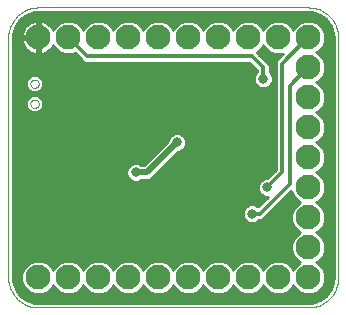
<source format=gbl>
G75*
G70*
%OFA0B0*%
%FSLAX24Y24*%
%IPPOS*%
%LPD*%
%AMOC8*
5,1,8,0,0,1.08239X$1,22.5*
%
%ADD10C,0.0000*%
%ADD11C,0.0827*%
%ADD12C,0.0320*%
%ADD13C,0.0120*%
%ADD14C,0.0100*%
%ADD15C,0.0200*%
D10*
X001500Y000500D02*
X010500Y000500D01*
X010560Y000502D01*
X010621Y000507D01*
X010680Y000516D01*
X010739Y000529D01*
X010798Y000545D01*
X010855Y000565D01*
X010910Y000588D01*
X010965Y000615D01*
X011017Y000644D01*
X011068Y000677D01*
X011117Y000713D01*
X011163Y000751D01*
X011207Y000793D01*
X011249Y000837D01*
X011287Y000883D01*
X011323Y000932D01*
X011356Y000983D01*
X011385Y001035D01*
X011412Y001090D01*
X011435Y001145D01*
X011455Y001202D01*
X011471Y001261D01*
X011484Y001320D01*
X011493Y001379D01*
X011498Y001440D01*
X011500Y001500D01*
X011500Y009500D01*
X011498Y009560D01*
X011493Y009621D01*
X011484Y009680D01*
X011471Y009739D01*
X011455Y009798D01*
X011435Y009855D01*
X011412Y009910D01*
X011385Y009965D01*
X011356Y010017D01*
X011323Y010068D01*
X011287Y010117D01*
X011249Y010163D01*
X011207Y010207D01*
X011163Y010249D01*
X011117Y010287D01*
X011068Y010323D01*
X011017Y010356D01*
X010965Y010385D01*
X010910Y010412D01*
X010855Y010435D01*
X010798Y010455D01*
X010739Y010471D01*
X010680Y010484D01*
X010621Y010493D01*
X010560Y010498D01*
X010500Y010500D01*
X001500Y010500D01*
X001440Y010498D01*
X001379Y010493D01*
X001320Y010484D01*
X001261Y010471D01*
X001202Y010455D01*
X001145Y010435D01*
X001090Y010412D01*
X001035Y010385D01*
X000983Y010356D01*
X000932Y010323D01*
X000883Y010287D01*
X000837Y010249D01*
X000793Y010207D01*
X000751Y010163D01*
X000713Y010117D01*
X000677Y010068D01*
X000644Y010017D01*
X000615Y009965D01*
X000588Y009910D01*
X000565Y009855D01*
X000545Y009798D01*
X000529Y009739D01*
X000516Y009680D01*
X000507Y009621D01*
X000502Y009560D01*
X000500Y009500D01*
X000500Y001500D01*
X000502Y001440D01*
X000507Y001379D01*
X000516Y001320D01*
X000529Y001261D01*
X000545Y001202D01*
X000565Y001145D01*
X000588Y001090D01*
X000615Y001035D01*
X000644Y000983D01*
X000677Y000932D01*
X000713Y000883D01*
X000751Y000837D01*
X000793Y000793D01*
X000837Y000751D01*
X000883Y000713D01*
X000932Y000677D01*
X000983Y000644D01*
X001035Y000615D01*
X001090Y000588D01*
X001145Y000565D01*
X001202Y000545D01*
X001261Y000529D01*
X001320Y000516D01*
X001379Y000507D01*
X001440Y000502D01*
X001500Y000500D01*
X001237Y007290D02*
X001239Y007313D01*
X001245Y007336D01*
X001255Y007357D01*
X001268Y007377D01*
X001284Y007394D01*
X001303Y007408D01*
X001324Y007418D01*
X001346Y007425D01*
X001369Y007428D01*
X001393Y007427D01*
X001415Y007422D01*
X001437Y007413D01*
X001457Y007401D01*
X001475Y007385D01*
X001489Y007367D01*
X001501Y007347D01*
X001509Y007325D01*
X001513Y007302D01*
X001513Y007278D01*
X001509Y007255D01*
X001501Y007233D01*
X001489Y007213D01*
X001475Y007195D01*
X001457Y007179D01*
X001437Y007167D01*
X001415Y007158D01*
X001393Y007153D01*
X001369Y007152D01*
X001346Y007155D01*
X001324Y007162D01*
X001303Y007172D01*
X001284Y007186D01*
X001268Y007203D01*
X001255Y007223D01*
X001245Y007244D01*
X001239Y007267D01*
X001237Y007290D01*
X001237Y007960D02*
X001239Y007983D01*
X001245Y008006D01*
X001255Y008027D01*
X001268Y008047D01*
X001284Y008064D01*
X001303Y008078D01*
X001324Y008088D01*
X001346Y008095D01*
X001369Y008098D01*
X001393Y008097D01*
X001415Y008092D01*
X001437Y008083D01*
X001457Y008071D01*
X001475Y008055D01*
X001489Y008037D01*
X001501Y008017D01*
X001509Y007995D01*
X001513Y007972D01*
X001513Y007948D01*
X001509Y007925D01*
X001501Y007903D01*
X001489Y007883D01*
X001475Y007865D01*
X001457Y007849D01*
X001437Y007837D01*
X001415Y007828D01*
X001393Y007823D01*
X001369Y007822D01*
X001346Y007825D01*
X001324Y007832D01*
X001303Y007842D01*
X001284Y007856D01*
X001268Y007873D01*
X001255Y007893D01*
X001245Y007914D01*
X001239Y007937D01*
X001237Y007960D01*
D11*
X001500Y009500D03*
X002500Y009500D03*
X003500Y009500D03*
X004500Y009500D03*
X005500Y009500D03*
X006500Y009500D03*
X007500Y009500D03*
X008500Y009500D03*
X009500Y009500D03*
X010500Y009500D03*
X010500Y008500D03*
X010500Y007500D03*
X010500Y006500D03*
X010500Y005500D03*
X010500Y004500D03*
X010500Y003500D03*
X010500Y002500D03*
X010500Y001500D03*
X009500Y001500D03*
X008500Y001500D03*
X007500Y001500D03*
X006500Y001500D03*
X005500Y001500D03*
X004500Y001500D03*
X003500Y001500D03*
X002500Y001500D03*
X001500Y001500D03*
D12*
X002125Y002250D03*
X004500Y004000D03*
X004750Y005000D03*
X006125Y006000D03*
X006500Y005500D03*
X007000Y006500D03*
X007500Y007000D03*
X008000Y006500D03*
X007500Y006000D03*
X008000Y005500D03*
X008500Y006000D03*
X009125Y004500D03*
X008625Y003625D03*
X007500Y003000D03*
X007000Y002500D03*
X007000Y003500D03*
X005000Y003000D03*
X002500Y004500D03*
X001500Y004500D03*
X003000Y006500D03*
X004000Y007000D03*
X002500Y007500D03*
X002500Y008500D03*
X005855Y007500D03*
X006295Y007950D03*
X009000Y008125D03*
X009250Y008750D03*
X009000Y002500D03*
X009500Y002500D03*
D13*
X008875Y003625D02*
X008625Y003625D01*
X008875Y003625D02*
X009875Y004625D01*
X009875Y007875D01*
X010500Y008500D01*
X009625Y008625D02*
X009625Y005000D01*
X009125Y004500D01*
X009000Y008125D02*
X009000Y008500D01*
X008625Y008875D01*
X003125Y008875D01*
X002500Y009500D01*
X009625Y008625D02*
X010500Y009500D01*
D14*
X000743Y001114D02*
X000899Y000899D01*
X001114Y000743D01*
X001367Y000660D01*
X001500Y000650D01*
X010500Y000650D01*
X010633Y000660D01*
X010886Y000743D01*
X011101Y000899D01*
X011257Y001114D01*
X011340Y001367D01*
X011350Y001500D01*
X011350Y009500D01*
X011340Y009633D01*
X011257Y009886D01*
X011101Y010101D01*
X010886Y010257D01*
X010633Y010340D01*
X010500Y010350D01*
X001500Y010350D01*
X001367Y010340D01*
X001114Y010257D01*
X000899Y010101D01*
X000743Y009886D01*
X000660Y009633D01*
X000650Y009500D01*
X000650Y001500D01*
X000660Y001367D01*
X000743Y001114D01*
X000759Y001091D02*
X001112Y001091D01*
X001181Y001022D02*
X001022Y001181D01*
X000937Y001388D01*
X000937Y001612D01*
X001022Y001819D01*
X001181Y001978D01*
X001388Y002063D01*
X001612Y002063D01*
X001819Y001978D01*
X001978Y001819D01*
X002000Y001765D01*
X002022Y001819D01*
X002181Y001978D01*
X002388Y002063D01*
X002612Y002063D01*
X002819Y001978D01*
X002978Y001819D01*
X003000Y001765D01*
X003022Y001819D01*
X003181Y001978D01*
X003388Y002063D01*
X003612Y002063D01*
X003819Y001978D01*
X003978Y001819D01*
X004000Y001765D01*
X004022Y001819D01*
X004181Y001978D01*
X004388Y002063D01*
X004612Y002063D01*
X004819Y001978D01*
X004978Y001819D01*
X005000Y001765D01*
X005022Y001819D01*
X005181Y001978D01*
X005388Y002063D01*
X005612Y002063D01*
X005819Y001978D01*
X005978Y001819D01*
X006000Y001765D01*
X006022Y001819D01*
X006181Y001978D01*
X006388Y002063D01*
X006612Y002063D01*
X006819Y001978D01*
X006978Y001819D01*
X007000Y001765D01*
X007022Y001819D01*
X007181Y001978D01*
X007388Y002063D01*
X007612Y002063D01*
X007819Y001978D01*
X007978Y001819D01*
X008000Y001765D01*
X008022Y001819D01*
X008181Y001978D01*
X008388Y002063D01*
X008612Y002063D01*
X008819Y001978D01*
X008978Y001819D01*
X009000Y001765D01*
X009022Y001819D01*
X009181Y001978D01*
X009388Y002063D01*
X009612Y002063D01*
X009819Y001978D01*
X009978Y001819D01*
X010000Y001765D01*
X010022Y001819D01*
X010181Y001978D01*
X010235Y002000D01*
X010181Y002022D01*
X010022Y002181D01*
X009937Y002388D01*
X009937Y002612D01*
X010022Y002819D01*
X010181Y002978D01*
X010235Y003000D01*
X010181Y003022D01*
X010022Y003181D01*
X009937Y003388D01*
X009937Y003612D01*
X010022Y003819D01*
X010181Y003978D01*
X010235Y004000D01*
X010181Y004022D01*
X010022Y004181D01*
X009937Y004388D01*
X009937Y004390D01*
X009085Y003538D01*
X008962Y003415D01*
X008853Y003415D01*
X008801Y003362D01*
X008687Y003315D01*
X008563Y003315D01*
X008449Y003362D01*
X008362Y003449D01*
X008315Y003563D01*
X008315Y003687D01*
X008362Y003801D01*
X008449Y003888D01*
X008563Y003935D01*
X008687Y003935D01*
X008801Y003888D01*
X008821Y003868D01*
X009143Y004190D01*
X009063Y004190D01*
X008949Y004237D01*
X008862Y004324D01*
X008815Y004438D01*
X008815Y004562D01*
X008862Y004676D01*
X008949Y004763D01*
X009063Y004810D01*
X009138Y004810D01*
X009415Y005087D01*
X009415Y008712D01*
X009538Y008835D01*
X009538Y008835D01*
X009659Y008956D01*
X009612Y008937D01*
X009388Y008937D01*
X009181Y009022D01*
X009022Y009181D01*
X009000Y009235D01*
X008978Y009181D01*
X008819Y009022D01*
X008788Y009009D01*
X008835Y008962D01*
X009210Y008587D01*
X009210Y008353D01*
X009263Y008301D01*
X009310Y008187D01*
X009310Y008063D01*
X009263Y007949D01*
X009176Y007862D01*
X009062Y007815D01*
X008938Y007815D01*
X008824Y007862D01*
X008737Y007949D01*
X008690Y008063D01*
X008690Y008187D01*
X008737Y008301D01*
X008790Y008353D01*
X008790Y008413D01*
X008538Y008665D01*
X003038Y008665D01*
X002915Y008788D01*
X002915Y008788D01*
X002721Y008982D01*
X002612Y008937D01*
X002388Y008937D01*
X002181Y009022D01*
X002022Y009181D01*
X001999Y009238D01*
X001982Y009205D01*
X001930Y009133D01*
X001867Y009070D01*
X001795Y009018D01*
X001716Y008978D01*
X001632Y008950D01*
X001550Y008938D01*
X001550Y009450D01*
X001450Y009450D01*
X001450Y008938D01*
X001368Y008950D01*
X001284Y008978D01*
X001205Y009018D01*
X001133Y009070D01*
X001070Y009133D01*
X001018Y009205D01*
X000978Y009284D01*
X000950Y009368D01*
X000938Y009450D01*
X001450Y009450D01*
X001450Y009550D01*
X001450Y010062D01*
X001368Y010050D01*
X001284Y010022D01*
X001205Y009982D01*
X001133Y009930D01*
X001070Y009867D01*
X001018Y009795D01*
X000978Y009716D01*
X000950Y009632D01*
X000938Y009550D01*
X001450Y009550D01*
X001550Y009550D01*
X001550Y010062D01*
X001632Y010050D01*
X001716Y010022D01*
X001795Y009982D01*
X001867Y009930D01*
X001930Y009867D01*
X001982Y009795D01*
X001999Y009762D01*
X002022Y009819D01*
X002181Y009978D01*
X002388Y010063D01*
X002612Y010063D01*
X002819Y009978D01*
X002978Y009819D01*
X003000Y009765D01*
X003022Y009819D01*
X003181Y009978D01*
X003388Y010063D01*
X003612Y010063D01*
X003819Y009978D01*
X003978Y009819D01*
X004000Y009765D01*
X004022Y009819D01*
X004181Y009978D01*
X004388Y010063D01*
X004612Y010063D01*
X004819Y009978D01*
X004978Y009819D01*
X005000Y009765D01*
X005022Y009819D01*
X005181Y009978D01*
X005388Y010063D01*
X005612Y010063D01*
X005819Y009978D01*
X005978Y009819D01*
X006000Y009765D01*
X006022Y009819D01*
X006181Y009978D01*
X006388Y010063D01*
X006612Y010063D01*
X006819Y009978D01*
X006978Y009819D01*
X007000Y009765D01*
X007022Y009819D01*
X007181Y009978D01*
X007388Y010063D01*
X007612Y010063D01*
X007819Y009978D01*
X007978Y009819D01*
X008000Y009765D01*
X008022Y009819D01*
X008181Y009978D01*
X008388Y010063D01*
X008612Y010063D01*
X008819Y009978D01*
X008978Y009819D01*
X009000Y009765D01*
X009022Y009819D01*
X009181Y009978D01*
X009388Y010063D01*
X009612Y010063D01*
X009819Y009978D01*
X009978Y009819D01*
X010000Y009765D01*
X010022Y009819D01*
X010181Y009978D01*
X010388Y010063D01*
X010612Y010063D01*
X010819Y009978D01*
X010978Y009819D01*
X011063Y009612D01*
X011063Y009388D01*
X010978Y009181D01*
X010819Y009022D01*
X010765Y009000D01*
X010819Y008978D01*
X010978Y008819D01*
X011063Y008612D01*
X011063Y008388D01*
X010978Y008181D01*
X010819Y008022D01*
X010765Y008000D01*
X010819Y007978D01*
X010978Y007819D01*
X011063Y007612D01*
X011063Y007388D01*
X010978Y007181D01*
X010819Y007022D01*
X010765Y007000D01*
X010819Y006978D01*
X010978Y006819D01*
X011063Y006612D01*
X011063Y006388D01*
X010978Y006181D01*
X010819Y006022D01*
X010765Y006000D01*
X010819Y005978D01*
X010978Y005819D01*
X011350Y005819D01*
X011350Y005721D02*
X011018Y005721D01*
X010978Y005819D02*
X011063Y005612D01*
X011063Y005388D01*
X010978Y005181D01*
X010819Y005022D01*
X010765Y005000D01*
X010819Y004978D01*
X010978Y004819D01*
X011063Y004612D01*
X011063Y004388D01*
X010978Y004181D01*
X010819Y004022D01*
X010765Y004000D01*
X010819Y003978D01*
X010978Y003819D01*
X011063Y003612D01*
X011063Y003388D01*
X010978Y003181D01*
X010819Y003022D01*
X010765Y003000D01*
X010819Y002978D01*
X010978Y002819D01*
X011063Y002612D01*
X011063Y002388D01*
X010978Y002181D01*
X010819Y002022D01*
X010765Y002000D01*
X010819Y001978D01*
X010978Y001819D01*
X011063Y001612D01*
X011063Y001388D01*
X010978Y001181D01*
X010819Y001022D01*
X010612Y000937D01*
X010388Y000937D01*
X010181Y001022D01*
X010022Y001181D01*
X010000Y001235D01*
X009978Y001181D01*
X009819Y001022D01*
X009612Y000937D01*
X009388Y000937D01*
X009181Y001022D01*
X009022Y001181D01*
X009000Y001235D01*
X008978Y001181D01*
X008819Y001022D01*
X008612Y000937D01*
X008388Y000937D01*
X008181Y001022D01*
X008022Y001181D01*
X008000Y001235D01*
X007978Y001181D01*
X007819Y001022D01*
X007612Y000937D01*
X007388Y000937D01*
X007181Y001022D01*
X007022Y001181D01*
X007000Y001235D01*
X006978Y001181D01*
X006819Y001022D01*
X006612Y000937D01*
X006388Y000937D01*
X006181Y001022D01*
X006022Y001181D01*
X006000Y001235D01*
X005978Y001181D01*
X005819Y001022D01*
X005612Y000937D01*
X005388Y000937D01*
X005181Y001022D01*
X005022Y001181D01*
X005000Y001235D01*
X004978Y001181D01*
X004819Y001022D01*
X004612Y000937D01*
X004388Y000937D01*
X004181Y001022D01*
X004022Y001181D01*
X004000Y001235D01*
X003978Y001181D01*
X003819Y001022D01*
X003612Y000937D01*
X003388Y000937D01*
X003181Y001022D01*
X003022Y001181D01*
X003000Y001235D01*
X002978Y001181D01*
X002819Y001022D01*
X002612Y000937D01*
X002388Y000937D01*
X002181Y001022D01*
X002022Y001181D01*
X002000Y001235D01*
X001978Y001181D01*
X001819Y001022D01*
X001612Y000937D01*
X001388Y000937D01*
X001181Y001022D01*
X001253Y000993D02*
X000831Y000993D01*
X000906Y000894D02*
X011094Y000894D01*
X011169Y000993D02*
X010747Y000993D01*
X010888Y001091D02*
X011241Y001091D01*
X011282Y001190D02*
X010981Y001190D01*
X011022Y001288D02*
X011314Y001288D01*
X011341Y001387D02*
X011063Y001387D01*
X011063Y001485D02*
X011349Y001485D01*
X011350Y001584D02*
X011063Y001584D01*
X011034Y001682D02*
X011350Y001682D01*
X011350Y001781D02*
X010994Y001781D01*
X010918Y001879D02*
X011350Y001879D01*
X011350Y001978D02*
X010819Y001978D01*
X010873Y002076D02*
X011350Y002076D01*
X011350Y002175D02*
X010971Y002175D01*
X011016Y002273D02*
X011350Y002273D01*
X011350Y002372D02*
X011057Y002372D01*
X011063Y002470D02*
X011350Y002470D01*
X011350Y002569D02*
X011063Y002569D01*
X011041Y002667D02*
X011350Y002667D01*
X011350Y002766D02*
X011000Y002766D01*
X010933Y002864D02*
X011350Y002864D01*
X011350Y002963D02*
X010834Y002963D01*
X010858Y003061D02*
X011350Y003061D01*
X011350Y003160D02*
X010956Y003160D01*
X011010Y003258D02*
X011350Y003258D01*
X011350Y003357D02*
X011050Y003357D01*
X011063Y003455D02*
X011350Y003455D01*
X011350Y003554D02*
X011063Y003554D01*
X011047Y003652D02*
X011350Y003652D01*
X011350Y003751D02*
X011006Y003751D01*
X010948Y003849D02*
X011350Y003849D01*
X011350Y003948D02*
X010849Y003948D01*
X010843Y004046D02*
X011350Y004046D01*
X011350Y004145D02*
X010941Y004145D01*
X011003Y004243D02*
X011350Y004243D01*
X011350Y004342D02*
X011044Y004342D01*
X011063Y004440D02*
X011350Y004440D01*
X011350Y004539D02*
X011063Y004539D01*
X011053Y004637D02*
X011350Y004637D01*
X011350Y004736D02*
X011012Y004736D01*
X010963Y004834D02*
X011350Y004834D01*
X011350Y004933D02*
X010864Y004933D01*
X010828Y005031D02*
X011350Y005031D01*
X011350Y005130D02*
X010926Y005130D01*
X010997Y005228D02*
X011350Y005228D01*
X011350Y005327D02*
X011038Y005327D01*
X011063Y005425D02*
X011350Y005425D01*
X011350Y005524D02*
X011063Y005524D01*
X011059Y005622D02*
X011350Y005622D01*
X011350Y005918D02*
X010879Y005918D01*
X010804Y006016D02*
X011350Y006016D01*
X011350Y006115D02*
X010911Y006115D01*
X010991Y006213D02*
X011350Y006213D01*
X011350Y006312D02*
X011032Y006312D01*
X011063Y006410D02*
X011350Y006410D01*
X011350Y006509D02*
X011063Y006509D01*
X011063Y006607D02*
X011350Y006607D01*
X011350Y006706D02*
X011025Y006706D01*
X010984Y006804D02*
X011350Y006804D01*
X011350Y006903D02*
X010894Y006903D01*
X010768Y007001D02*
X011350Y007001D01*
X011350Y007100D02*
X010896Y007100D01*
X010985Y007198D02*
X011350Y007198D01*
X011350Y007297D02*
X011026Y007297D01*
X011063Y007395D02*
X011350Y007395D01*
X011350Y007494D02*
X011063Y007494D01*
X011063Y007592D02*
X011350Y007592D01*
X011350Y007691D02*
X011031Y007691D01*
X010990Y007789D02*
X011350Y007789D01*
X011350Y007888D02*
X010909Y007888D01*
X010799Y007986D02*
X011350Y007986D01*
X011350Y008085D02*
X010881Y008085D01*
X010979Y008183D02*
X011350Y008183D01*
X011350Y008282D02*
X011019Y008282D01*
X011060Y008380D02*
X011350Y008380D01*
X011350Y008479D02*
X011063Y008479D01*
X011063Y008577D02*
X011350Y008577D01*
X011350Y008676D02*
X011037Y008676D01*
X010996Y008774D02*
X011350Y008774D01*
X011350Y008873D02*
X010924Y008873D01*
X010826Y008971D02*
X011350Y008971D01*
X011350Y009070D02*
X010866Y009070D01*
X010965Y009168D02*
X011350Y009168D01*
X011350Y009267D02*
X011013Y009267D01*
X011054Y009365D02*
X011350Y009365D01*
X011350Y009464D02*
X011063Y009464D01*
X011063Y009562D02*
X011345Y009562D01*
X011331Y009661D02*
X011043Y009661D01*
X011003Y009759D02*
X011299Y009759D01*
X011267Y009858D02*
X010939Y009858D01*
X010841Y009956D02*
X011206Y009956D01*
X011135Y010055D02*
X010633Y010055D01*
X010894Y010252D02*
X001106Y010252D01*
X000971Y010153D02*
X011029Y010153D01*
X010367Y010055D02*
X009633Y010055D01*
X009841Y009956D02*
X010159Y009956D01*
X010061Y009858D02*
X009939Y009858D01*
X009367Y010055D02*
X008633Y010055D01*
X008841Y009956D02*
X009159Y009956D01*
X009061Y009858D02*
X008939Y009858D01*
X008367Y010055D02*
X007633Y010055D01*
X007841Y009956D02*
X008159Y009956D01*
X008061Y009858D02*
X007939Y009858D01*
X007367Y010055D02*
X006633Y010055D01*
X006841Y009956D02*
X007159Y009956D01*
X007061Y009858D02*
X006939Y009858D01*
X006367Y010055D02*
X005633Y010055D01*
X005841Y009956D02*
X006159Y009956D01*
X006061Y009858D02*
X005939Y009858D01*
X005367Y010055D02*
X004633Y010055D01*
X004841Y009956D02*
X005159Y009956D01*
X005061Y009858D02*
X004939Y009858D01*
X004367Y010055D02*
X003633Y010055D01*
X003841Y009956D02*
X004159Y009956D01*
X004061Y009858D02*
X003939Y009858D01*
X003367Y010055D02*
X002633Y010055D01*
X002841Y009956D02*
X003159Y009956D01*
X003061Y009858D02*
X002939Y009858D01*
X002367Y010055D02*
X001600Y010055D01*
X001550Y010055D02*
X001450Y010055D01*
X001400Y010055D02*
X000865Y010055D01*
X000794Y009956D02*
X001169Y009956D01*
X001063Y009858D02*
X000733Y009858D01*
X000701Y009759D02*
X001000Y009759D01*
X000960Y009661D02*
X000669Y009661D01*
X000655Y009562D02*
X000939Y009562D01*
X000951Y009365D02*
X000650Y009365D01*
X000650Y009267D02*
X000987Y009267D01*
X001045Y009168D02*
X000650Y009168D01*
X000650Y009070D02*
X001134Y009070D01*
X001305Y008971D02*
X000650Y008971D01*
X000650Y008873D02*
X002830Y008873D01*
X002732Y008971D02*
X002695Y008971D01*
X002929Y008774D02*
X000650Y008774D01*
X000650Y008676D02*
X003027Y008676D01*
X002305Y008971D02*
X001695Y008971D01*
X001550Y008971D02*
X001450Y008971D01*
X001450Y009070D02*
X001550Y009070D01*
X001550Y009168D02*
X001450Y009168D01*
X001450Y009267D02*
X001550Y009267D01*
X001550Y009365D02*
X001450Y009365D01*
X001450Y009464D02*
X000650Y009464D01*
X001450Y009562D02*
X001550Y009562D01*
X001550Y009661D02*
X001450Y009661D01*
X001450Y009759D02*
X001550Y009759D01*
X001550Y009858D02*
X001450Y009858D01*
X001450Y009956D02*
X001550Y009956D01*
X001831Y009956D02*
X002159Y009956D01*
X002061Y009858D02*
X001937Y009858D01*
X001955Y009168D02*
X002035Y009168D01*
X002134Y009070D02*
X001866Y009070D01*
X001538Y008204D02*
X001432Y008247D01*
X001318Y008247D01*
X001212Y008204D01*
X001131Y008123D01*
X001087Y008017D01*
X001087Y007902D01*
X001131Y007797D01*
X001212Y007716D01*
X001318Y007672D01*
X001432Y007672D01*
X001538Y007716D01*
X001619Y007797D01*
X001663Y007902D01*
X001663Y008017D01*
X001619Y008123D01*
X001538Y008204D01*
X001559Y008183D02*
X008690Y008183D01*
X008690Y008085D02*
X001635Y008085D01*
X001663Y007986D02*
X008722Y007986D01*
X008799Y007888D02*
X001657Y007888D01*
X001611Y007789D02*
X009415Y007789D01*
X009415Y007691D02*
X001477Y007691D01*
X001432Y007578D02*
X001318Y007578D01*
X001212Y007534D01*
X001131Y007453D01*
X001087Y007348D01*
X001087Y007233D01*
X001131Y007127D01*
X001212Y007046D01*
X001318Y007003D01*
X001432Y007003D01*
X001538Y007046D01*
X001619Y007127D01*
X001663Y007233D01*
X001663Y007348D01*
X001619Y007453D01*
X001538Y007534D01*
X001432Y007578D01*
X001579Y007494D02*
X009415Y007494D01*
X009415Y007592D02*
X000650Y007592D01*
X000650Y007494D02*
X001171Y007494D01*
X001107Y007395D02*
X000650Y007395D01*
X000650Y007297D02*
X001087Y007297D01*
X001102Y007198D02*
X000650Y007198D01*
X000650Y007100D02*
X001159Y007100D01*
X001591Y007100D02*
X009415Y007100D01*
X009415Y007198D02*
X001648Y007198D01*
X001663Y007297D02*
X009415Y007297D01*
X009415Y007395D02*
X001643Y007395D01*
X001273Y007691D02*
X000650Y007691D01*
X000650Y007789D02*
X001139Y007789D01*
X001093Y007888D02*
X000650Y007888D01*
X000650Y007986D02*
X001087Y007986D01*
X001115Y008085D02*
X000650Y008085D01*
X000650Y008183D02*
X001191Y008183D01*
X000650Y008282D02*
X008729Y008282D01*
X008790Y008380D02*
X000650Y008380D01*
X000650Y008479D02*
X008724Y008479D01*
X008626Y008577D02*
X000650Y008577D01*
X000650Y007001D02*
X009415Y007001D01*
X009415Y006903D02*
X000650Y006903D01*
X000650Y006804D02*
X009415Y006804D01*
X009415Y006706D02*
X000650Y006706D01*
X000650Y006607D02*
X009415Y006607D01*
X009415Y006509D02*
X000650Y006509D01*
X000650Y006410D02*
X009415Y006410D01*
X009415Y006312D02*
X000650Y006312D01*
X000650Y006213D02*
X005900Y006213D01*
X005862Y006176D02*
X005949Y006263D01*
X006063Y006310D01*
X006187Y006310D01*
X006301Y006263D01*
X006388Y006176D01*
X006435Y006062D01*
X006435Y005938D01*
X006388Y005824D01*
X006301Y005737D01*
X006187Y005690D01*
X006169Y005690D01*
X005337Y004858D01*
X005267Y004788D01*
X005175Y004750D01*
X004938Y004750D01*
X004926Y004737D01*
X004812Y004690D01*
X004688Y004690D01*
X004574Y004737D01*
X004487Y004824D01*
X004440Y004938D01*
X004440Y005062D01*
X004487Y005176D01*
X004574Y005263D01*
X004688Y005310D01*
X004812Y005310D01*
X004926Y005263D01*
X004938Y005250D01*
X005021Y005250D01*
X005815Y006044D01*
X005815Y006062D01*
X005862Y006176D01*
X005837Y006115D02*
X000650Y006115D01*
X000650Y006016D02*
X005787Y006016D01*
X005689Y005918D02*
X000650Y005918D01*
X000650Y005819D02*
X005590Y005819D01*
X005492Y005721D02*
X000650Y005721D01*
X000650Y005622D02*
X005393Y005622D01*
X005295Y005524D02*
X000650Y005524D01*
X000650Y005425D02*
X005196Y005425D01*
X005098Y005327D02*
X000650Y005327D01*
X000650Y005228D02*
X004540Y005228D01*
X004468Y005130D02*
X000650Y005130D01*
X000650Y005031D02*
X004440Y005031D01*
X004442Y004933D02*
X000650Y004933D01*
X000650Y004834D02*
X004483Y004834D01*
X004578Y004736D02*
X000650Y004736D01*
X000650Y004637D02*
X008846Y004637D01*
X008815Y004539D02*
X000650Y004539D01*
X000650Y004440D02*
X008815Y004440D01*
X008855Y004342D02*
X000650Y004342D01*
X000650Y004243D02*
X008944Y004243D01*
X009098Y004145D02*
X000650Y004145D01*
X000650Y004046D02*
X008999Y004046D01*
X008901Y003948D02*
X000650Y003948D01*
X000650Y003849D02*
X008411Y003849D01*
X008341Y003751D02*
X000650Y003751D01*
X000650Y003652D02*
X008315Y003652D01*
X008319Y003554D02*
X000650Y003554D01*
X000650Y003455D02*
X008360Y003455D01*
X008463Y003357D02*
X000650Y003357D01*
X000650Y003258D02*
X009990Y003258D01*
X009950Y003357D02*
X008787Y003357D01*
X009002Y003455D02*
X009937Y003455D01*
X009937Y003554D02*
X009100Y003554D01*
X009199Y003652D02*
X009953Y003652D01*
X009994Y003751D02*
X009297Y003751D01*
X009396Y003849D02*
X010052Y003849D01*
X010151Y003948D02*
X009494Y003948D01*
X009593Y004046D02*
X010157Y004046D01*
X010059Y004145D02*
X009691Y004145D01*
X009790Y004243D02*
X009997Y004243D01*
X009956Y004342D02*
X009888Y004342D01*
X009261Y004933D02*
X005411Y004933D01*
X005510Y005031D02*
X009359Y005031D01*
X009415Y005130D02*
X005608Y005130D01*
X005707Y005228D02*
X009415Y005228D01*
X009415Y005327D02*
X005805Y005327D01*
X005904Y005425D02*
X009415Y005425D01*
X009415Y005524D02*
X006002Y005524D01*
X006101Y005622D02*
X009415Y005622D01*
X009415Y005721D02*
X006260Y005721D01*
X006382Y005819D02*
X009415Y005819D01*
X009415Y005918D02*
X006426Y005918D01*
X006435Y006016D02*
X009415Y006016D01*
X009415Y006115D02*
X006413Y006115D01*
X006350Y006213D02*
X009415Y006213D01*
X009162Y004834D02*
X005313Y004834D01*
X004922Y004736D02*
X008922Y004736D01*
X010044Y003160D02*
X000650Y003160D01*
X000650Y003061D02*
X010142Y003061D01*
X010166Y002963D02*
X000650Y002963D01*
X000650Y002864D02*
X010067Y002864D01*
X010000Y002766D02*
X000650Y002766D01*
X000650Y002667D02*
X009959Y002667D01*
X009937Y002569D02*
X000650Y002569D01*
X000650Y002470D02*
X009937Y002470D01*
X009943Y002372D02*
X000650Y002372D01*
X000650Y002273D02*
X009984Y002273D01*
X010029Y002175D02*
X000650Y002175D01*
X000650Y002076D02*
X010127Y002076D01*
X010181Y001978D02*
X009819Y001978D01*
X009918Y001879D02*
X010082Y001879D01*
X010006Y001781D02*
X009994Y001781D01*
X009981Y001190D02*
X010019Y001190D01*
X010112Y001091D02*
X009888Y001091D01*
X009747Y000993D02*
X010253Y000993D01*
X010745Y000697D02*
X001255Y000697D01*
X001041Y000796D02*
X010959Y000796D01*
X009253Y000993D02*
X008747Y000993D01*
X008888Y001091D02*
X009112Y001091D01*
X009019Y001190D02*
X008981Y001190D01*
X008994Y001781D02*
X009006Y001781D01*
X009082Y001879D02*
X008918Y001879D01*
X008819Y001978D02*
X009181Y001978D01*
X008181Y001978D02*
X007819Y001978D01*
X007918Y001879D02*
X008082Y001879D01*
X008006Y001781D02*
X007994Y001781D01*
X007981Y001190D02*
X008019Y001190D01*
X008112Y001091D02*
X007888Y001091D01*
X007747Y000993D02*
X008253Y000993D01*
X007253Y000993D02*
X006747Y000993D01*
X006888Y001091D02*
X007112Y001091D01*
X007019Y001190D02*
X006981Y001190D01*
X006994Y001781D02*
X007006Y001781D01*
X007082Y001879D02*
X006918Y001879D01*
X006819Y001978D02*
X007181Y001978D01*
X006181Y001978D02*
X005819Y001978D01*
X005918Y001879D02*
X006082Y001879D01*
X006006Y001781D02*
X005994Y001781D01*
X005981Y001190D02*
X006019Y001190D01*
X006112Y001091D02*
X005888Y001091D01*
X005747Y000993D02*
X006253Y000993D01*
X005253Y000993D02*
X004747Y000993D01*
X004888Y001091D02*
X005112Y001091D01*
X005019Y001190D02*
X004981Y001190D01*
X004994Y001781D02*
X005006Y001781D01*
X005082Y001879D02*
X004918Y001879D01*
X004819Y001978D02*
X005181Y001978D01*
X004181Y001978D02*
X003819Y001978D01*
X003918Y001879D02*
X004082Y001879D01*
X004006Y001781D02*
X003994Y001781D01*
X003981Y001190D02*
X004019Y001190D01*
X004112Y001091D02*
X003888Y001091D01*
X003747Y000993D02*
X004253Y000993D01*
X003253Y000993D02*
X002747Y000993D01*
X002888Y001091D02*
X003112Y001091D01*
X003019Y001190D02*
X002981Y001190D01*
X002994Y001781D02*
X003006Y001781D01*
X003082Y001879D02*
X002918Y001879D01*
X002819Y001978D02*
X003181Y001978D01*
X002181Y001978D02*
X001819Y001978D01*
X001918Y001879D02*
X002082Y001879D01*
X002006Y001781D02*
X001994Y001781D01*
X001981Y001190D02*
X002019Y001190D01*
X002112Y001091D02*
X001888Y001091D01*
X001747Y000993D02*
X002253Y000993D01*
X001181Y001978D02*
X000650Y001978D01*
X000650Y001879D02*
X001082Y001879D01*
X001006Y001781D02*
X000650Y001781D01*
X000650Y001682D02*
X000966Y001682D01*
X000937Y001584D02*
X000650Y001584D01*
X000651Y001485D02*
X000937Y001485D01*
X000937Y001387D02*
X000659Y001387D01*
X000686Y001288D02*
X000978Y001288D01*
X001019Y001190D02*
X000718Y001190D01*
X009023Y008774D02*
X009477Y008774D01*
X009415Y008676D02*
X009121Y008676D01*
X009210Y008577D02*
X009415Y008577D01*
X009415Y008479D02*
X009210Y008479D01*
X009210Y008380D02*
X009415Y008380D01*
X009415Y008282D02*
X009271Y008282D01*
X009310Y008183D02*
X009415Y008183D01*
X009415Y008085D02*
X009310Y008085D01*
X009278Y007986D02*
X009415Y007986D01*
X009415Y007888D02*
X009201Y007888D01*
X008924Y008873D02*
X009576Y008873D01*
X009305Y008971D02*
X008826Y008971D01*
X008866Y009070D02*
X009134Y009070D01*
X009035Y009168D02*
X008965Y009168D01*
D15*
X006125Y006000D02*
X005125Y005000D01*
X004750Y005000D01*
M02*

</source>
